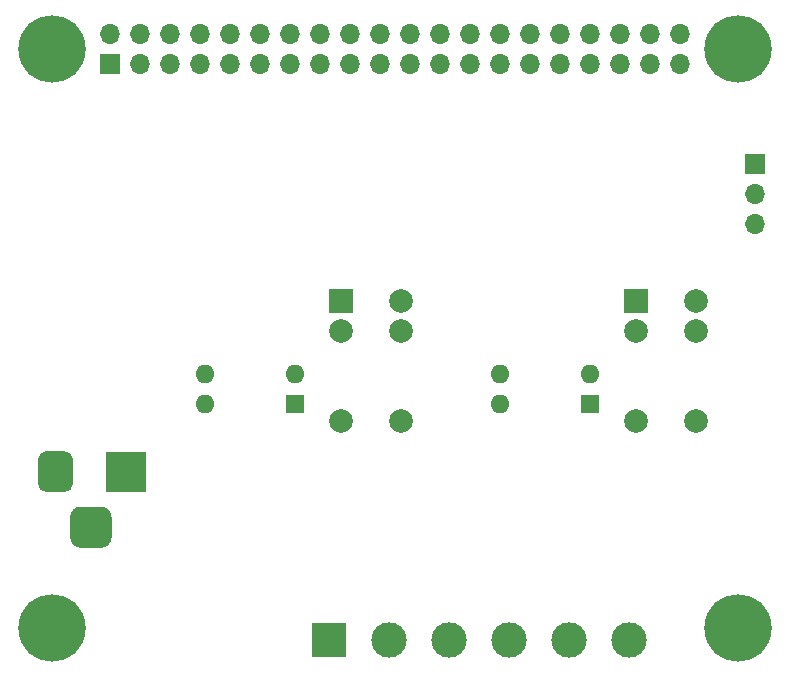
<source format=gbr>
%TF.GenerationSoftware,KiCad,Pcbnew,(5.1.9-0-10_14)*%
%TF.CreationDate,2021-11-09T22:49:23+01:00*%
%TF.ProjectId,xDoor,78446f6f-722e-46b6-9963-61645f706362,rev?*%
%TF.SameCoordinates,Original*%
%TF.FileFunction,Soldermask,Bot*%
%TF.FilePolarity,Negative*%
%FSLAX46Y46*%
G04 Gerber Fmt 4.6, Leading zero omitted, Abs format (unit mm)*
G04 Created by KiCad (PCBNEW (5.1.9-0-10_14)) date 2021-11-09 22:49:23*
%MOMM*%
%LPD*%
G01*
G04 APERTURE LIST*
%ADD10O,1.700000X1.700000*%
%ADD11R,1.700000X1.700000*%
%ADD12C,3.000000*%
%ADD13R,3.000000X3.000000*%
%ADD14C,5.700000*%
%ADD15O,1.600000X1.600000*%
%ADD16R,1.600000X1.600000*%
%ADD17C,2.000000*%
%ADD18R,2.000000X2.000000*%
%ADD19R,3.500000X3.500000*%
G04 APERTURE END LIST*
D10*
%TO.C,J5*%
X63000000Y-18250000D03*
X63000000Y-15710000D03*
D11*
X63000000Y-13170000D03*
%TD*%
D12*
%TO.C,J3*%
X52320000Y-53500000D03*
X47240000Y-53500000D03*
X42160000Y-53500000D03*
D13*
X26920000Y-53500000D03*
D12*
X37080000Y-53500000D03*
X32000000Y-53500000D03*
%TD*%
D14*
%TO.C,H4*%
X61500000Y-52500000D03*
%TD*%
%TO.C,H3*%
X61500000Y-3500000D03*
%TD*%
%TO.C,H2*%
X3500000Y-52500000D03*
%TD*%
%TO.C,H1*%
X3500000Y-3500000D03*
%TD*%
D15*
%TO.C,U2*%
X41380000Y-33500000D03*
X49000000Y-30960000D03*
X41380000Y-30960000D03*
D16*
X49000000Y-33500000D03*
%TD*%
D15*
%TO.C,U1*%
X16380000Y-33540000D03*
X24000000Y-31000000D03*
X16380000Y-31000000D03*
D16*
X24000000Y-33540000D03*
%TD*%
D17*
%TO.C,K2*%
X52920000Y-35000000D03*
X58000000Y-35000000D03*
X52920000Y-27380000D03*
D18*
X52920000Y-24840000D03*
D17*
X58000000Y-27380000D03*
X58000000Y-24840000D03*
%TD*%
%TO.C,K1*%
X27920000Y-35000000D03*
X33000000Y-35000000D03*
X27920000Y-27380000D03*
D18*
X27920000Y-24840000D03*
D17*
X33000000Y-27380000D03*
X33000000Y-24840000D03*
%TD*%
%TO.C,J2*%
G36*
G01*
X5000000Y-44825000D02*
X5000000Y-43075000D01*
G75*
G02*
X5875000Y-42200000I875000J0D01*
G01*
X7625000Y-42200000D01*
G75*
G02*
X8500000Y-43075000I0J-875000D01*
G01*
X8500000Y-44825000D01*
G75*
G02*
X7625000Y-45700000I-875000J0D01*
G01*
X5875000Y-45700000D01*
G75*
G02*
X5000000Y-44825000I0J875000D01*
G01*
G37*
G36*
G01*
X2250000Y-40250000D02*
X2250000Y-38250000D01*
G75*
G02*
X3000000Y-37500000I750000J0D01*
G01*
X4500000Y-37500000D01*
G75*
G02*
X5250000Y-38250000I0J-750000D01*
G01*
X5250000Y-40250000D01*
G75*
G02*
X4500000Y-41000000I-750000J0D01*
G01*
X3000000Y-41000000D01*
G75*
G02*
X2250000Y-40250000I0J750000D01*
G01*
G37*
D19*
X9750000Y-39250000D03*
%TD*%
D10*
%TO.C,J1*%
X56630000Y-2230000D03*
X56630000Y-4770000D03*
X54090000Y-2230000D03*
X54090000Y-4770000D03*
X51550000Y-2230000D03*
X51550000Y-4770000D03*
X49010000Y-2230000D03*
X49010000Y-4770000D03*
X46470000Y-2230000D03*
X46470000Y-4770000D03*
X43930000Y-2230000D03*
X43930000Y-4770000D03*
X41390000Y-2230000D03*
X41390000Y-4770000D03*
X38850000Y-2230000D03*
X38850000Y-4770000D03*
X36310000Y-2230000D03*
X36310000Y-4770000D03*
X33770000Y-2230000D03*
X33770000Y-4770000D03*
X31230000Y-2230000D03*
X31230000Y-4770000D03*
X28690000Y-2230000D03*
X28690000Y-4770000D03*
X26150000Y-2230000D03*
X26150000Y-4770000D03*
X23610000Y-2230000D03*
X23610000Y-4770000D03*
X21070000Y-2230000D03*
X21070000Y-4770000D03*
X18530000Y-2230000D03*
X18530000Y-4770000D03*
X15990000Y-2230000D03*
X15990000Y-4770000D03*
X13450000Y-2230000D03*
X13450000Y-4770000D03*
X10910000Y-2230000D03*
X10910000Y-4770000D03*
X8370000Y-2230000D03*
D11*
X8370000Y-4770000D03*
%TD*%
M02*

</source>
